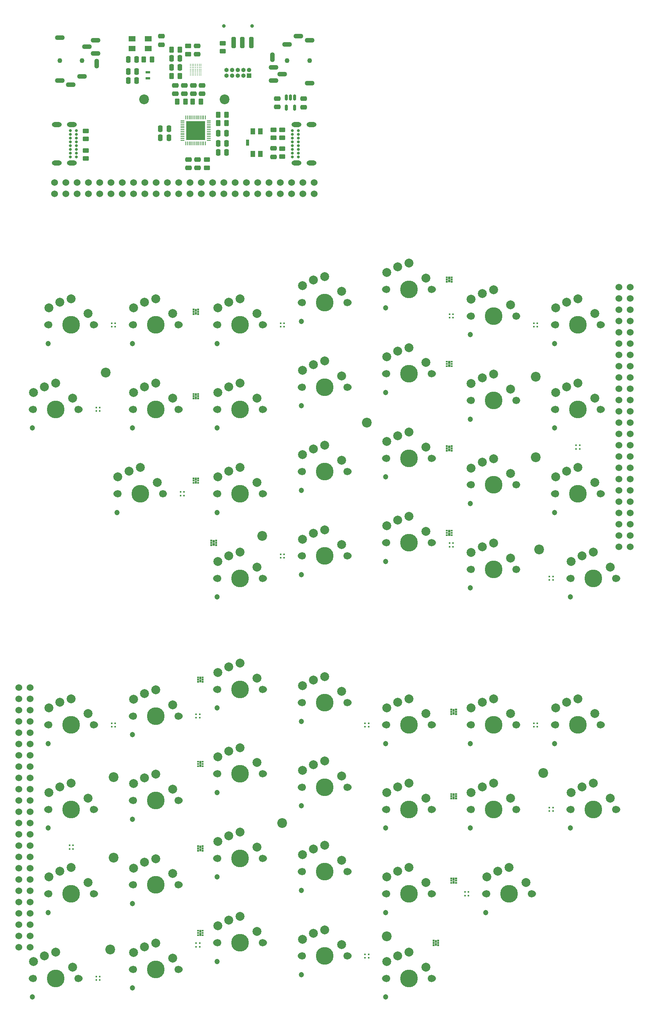
<source format=gbr>
%TF.GenerationSoftware,KiCad,Pcbnew,(6.0.6)*%
%TF.CreationDate,2022-09-03T22:19:59-07:00*%
%TF.ProjectId,NourK,4e6f7572-4b2e-46b6-9963-61645f706362,rev?*%
%TF.SameCoordinates,Original*%
%TF.FileFunction,Soldermask,Top*%
%TF.FilePolarity,Negative*%
%FSLAX46Y46*%
G04 Gerber Fmt 4.6, Leading zero omitted, Abs format (unit mm)*
G04 Created by KiCad (PCBNEW (6.0.6)) date 2022-09-03 22:19:59*
%MOMM*%
%LPD*%
G01*
G04 APERTURE LIST*
G04 Aperture macros list*
%AMRoundRect*
0 Rectangle with rounded corners*
0 $1 Rounding radius*
0 $2 $3 $4 $5 $6 $7 $8 $9 X,Y pos of 4 corners*
0 Add a 4 corners polygon primitive as box body*
4,1,4,$2,$3,$4,$5,$6,$7,$8,$9,$2,$3,0*
0 Add four circle primitives for the rounded corners*
1,1,$1+$1,$2,$3*
1,1,$1+$1,$4,$5*
1,1,$1+$1,$6,$7*
1,1,$1+$1,$8,$9*
0 Add four rect primitives between the rounded corners*
20,1,$1+$1,$2,$3,$4,$5,0*
20,1,$1+$1,$4,$5,$6,$7,0*
20,1,$1+$1,$6,$7,$8,$9,0*
20,1,$1+$1,$8,$9,$2,$3,0*%
G04 Aperture macros list end*
%ADD10C,0.010000*%
%ADD11C,1.524000*%
%ADD12C,2.200000*%
%ADD13C,1.200000*%
%ADD14C,1.700000*%
%ADD15C,3.990000*%
%ADD16C,2.000000*%
%ADD17RoundRect,0.250000X-0.475000X0.250000X-0.475000X-0.250000X0.475000X-0.250000X0.475000X0.250000X0*%
%ADD18RoundRect,0.250000X0.262500X0.450000X-0.262500X0.450000X-0.262500X-0.450000X0.262500X-0.450000X0*%
%ADD19R,0.400000X0.400000*%
%ADD20RoundRect,0.250000X0.250000X0.475000X-0.250000X0.475000X-0.250000X-0.475000X0.250000X-0.475000X0*%
%ADD21RoundRect,0.250000X-0.262500X-0.450000X0.262500X-0.450000X0.262500X0.450000X-0.262500X0.450000X0*%
%ADD22RoundRect,0.250000X-0.450000X0.262500X-0.450000X-0.262500X0.450000X-0.262500X0.450000X0.262500X0*%
%ADD23C,0.650000*%
%ADD24O,2.216000X1.108000*%
%ADD25RoundRect,0.250000X0.450000X-0.262500X0.450000X0.262500X-0.450000X0.262500X-0.450000X-0.262500X0*%
%ADD26R,0.650000X1.400000*%
%ADD27R,1.000000X1.450000*%
%ADD28R,1.600000X1.250000*%
%ADD29C,0.800000*%
%ADD30RoundRect,0.250000X0.250000X1.000000X-0.250000X1.000000X-0.250000X-1.000000X0.250000X-1.000000X0*%
%ADD31R,0.200000X0.850000*%
%ADD32R,0.850000X0.200000*%
%ADD33R,4.250000X4.250000*%
%ADD34R,1.100000X0.600000*%
%ADD35RoundRect,0.250000X0.475000X-0.250000X0.475000X0.250000X-0.475000X0.250000X-0.475000X-0.250000X0*%
%ADD36C,0.220000*%
%ADD37C,1.100000*%
%ADD38O,1.100000X2.200000*%
%ADD39O,2.200000X1.100000*%
%ADD40O,1.000000X1.000000*%
%ADD41R,1.000000X1.000000*%
%ADD42RoundRect,0.150000X-0.150000X0.512500X-0.150000X-0.512500X0.150000X-0.512500X0.150000X0.512500X0*%
G04 APERTURE END LIST*
%TO.C,D46*%
G36*
X83185000Y-172665000D02*
G01*
X82815000Y-172665000D01*
X82815000Y-172135000D01*
X83185000Y-172135000D01*
X83185000Y-172665000D01*
G37*
D10*
X83185000Y-172665000D02*
X82815000Y-172665000D01*
X82815000Y-172135000D01*
X83185000Y-172135000D01*
X83185000Y-172665000D01*
G36*
X83185000Y-173365000D02*
G01*
X82815000Y-173365000D01*
X82815000Y-172835000D01*
X83185000Y-172835000D01*
X83185000Y-173365000D01*
G37*
X83185000Y-173365000D02*
X82815000Y-173365000D01*
X82815000Y-172835000D01*
X83185000Y-172835000D01*
X83185000Y-173365000D01*
G36*
X82645000Y-172900000D02*
G01*
X82295000Y-172900000D01*
X82295000Y-172600000D01*
X82645000Y-172600000D01*
X82645000Y-172900000D01*
G37*
X82645000Y-172900000D02*
X82295000Y-172900000D01*
X82295000Y-172600000D01*
X82645000Y-172600000D01*
X82645000Y-172900000D01*
G36*
X83705000Y-173400000D02*
G01*
X83355000Y-173400000D01*
X83355000Y-173100000D01*
X83705000Y-173100000D01*
X83705000Y-173400000D01*
G37*
X83705000Y-173400000D02*
X83355000Y-173400000D01*
X83355000Y-173100000D01*
X83705000Y-173100000D01*
X83705000Y-173400000D01*
G36*
X82645000Y-172400000D02*
G01*
X82295000Y-172400000D01*
X82295000Y-172100000D01*
X82645000Y-172100000D01*
X82645000Y-172400000D01*
G37*
X82645000Y-172400000D02*
X82295000Y-172400000D01*
X82295000Y-172100000D01*
X82645000Y-172100000D01*
X82645000Y-172400000D01*
G36*
X83705000Y-172900000D02*
G01*
X83355000Y-172900000D01*
X83355000Y-172600000D01*
X83705000Y-172600000D01*
X83705000Y-172900000D01*
G37*
X83705000Y-172900000D02*
X83355000Y-172900000D01*
X83355000Y-172600000D01*
X83705000Y-172600000D01*
X83705000Y-172900000D01*
G36*
X82645000Y-173400000D02*
G01*
X82295000Y-173400000D01*
X82295000Y-173100000D01*
X82645000Y-173100000D01*
X82645000Y-173400000D01*
G37*
X82645000Y-173400000D02*
X82295000Y-173400000D01*
X82295000Y-173100000D01*
X82645000Y-173100000D01*
X82645000Y-173400000D01*
G36*
X83705000Y-172400000D02*
G01*
X83355000Y-172400000D01*
X83355000Y-172100000D01*
X83705000Y-172100000D01*
X83705000Y-172400000D01*
G37*
X83705000Y-172400000D02*
X83355000Y-172400000D01*
X83355000Y-172100000D01*
X83705000Y-172100000D01*
X83705000Y-172400000D01*
%TO.C,D49*%
G36*
X83705000Y-229400000D02*
G01*
X83355000Y-229400000D01*
X83355000Y-229100000D01*
X83705000Y-229100000D01*
X83705000Y-229400000D01*
G37*
X83705000Y-229400000D02*
X83355000Y-229400000D01*
X83355000Y-229100000D01*
X83705000Y-229100000D01*
X83705000Y-229400000D01*
G36*
X83705000Y-229900000D02*
G01*
X83355000Y-229900000D01*
X83355000Y-229600000D01*
X83705000Y-229600000D01*
X83705000Y-229900000D01*
G37*
X83705000Y-229900000D02*
X83355000Y-229900000D01*
X83355000Y-229600000D01*
X83705000Y-229600000D01*
X83705000Y-229900000D01*
G36*
X82645000Y-229900000D02*
G01*
X82295000Y-229900000D01*
X82295000Y-229600000D01*
X82645000Y-229600000D01*
X82645000Y-229900000D01*
G37*
X82645000Y-229900000D02*
X82295000Y-229900000D01*
X82295000Y-229600000D01*
X82645000Y-229600000D01*
X82645000Y-229900000D01*
G36*
X82645000Y-229400000D02*
G01*
X82295000Y-229400000D01*
X82295000Y-229100000D01*
X82645000Y-229100000D01*
X82645000Y-229400000D01*
G37*
X82645000Y-229400000D02*
X82295000Y-229400000D01*
X82295000Y-229100000D01*
X82645000Y-229100000D01*
X82645000Y-229400000D01*
G36*
X83705000Y-230400000D02*
G01*
X83355000Y-230400000D01*
X83355000Y-230100000D01*
X83705000Y-230100000D01*
X83705000Y-230400000D01*
G37*
X83705000Y-230400000D02*
X83355000Y-230400000D01*
X83355000Y-230100000D01*
X83705000Y-230100000D01*
X83705000Y-230400000D01*
G36*
X83185000Y-229665000D02*
G01*
X82815000Y-229665000D01*
X82815000Y-229135000D01*
X83185000Y-229135000D01*
X83185000Y-229665000D01*
G37*
X83185000Y-229665000D02*
X82815000Y-229665000D01*
X82815000Y-229135000D01*
X83185000Y-229135000D01*
X83185000Y-229665000D01*
G36*
X82645000Y-230400000D02*
G01*
X82295000Y-230400000D01*
X82295000Y-230100000D01*
X82645000Y-230100000D01*
X82645000Y-230400000D01*
G37*
X82645000Y-230400000D02*
X82295000Y-230400000D01*
X82295000Y-230100000D01*
X82645000Y-230100000D01*
X82645000Y-230400000D01*
G36*
X83185000Y-230365000D02*
G01*
X82815000Y-230365000D01*
X82815000Y-229835000D01*
X83185000Y-229835000D01*
X83185000Y-230365000D01*
G37*
X83185000Y-230365000D02*
X82815000Y-230365000D01*
X82815000Y-229835000D01*
X83185000Y-229835000D01*
X83185000Y-230365000D01*
%TO.C,D5*%
G36*
X82705000Y-89650000D02*
G01*
X82355000Y-89650000D01*
X82355000Y-89350000D01*
X82705000Y-89350000D01*
X82705000Y-89650000D01*
G37*
X82705000Y-89650000D02*
X82355000Y-89650000D01*
X82355000Y-89350000D01*
X82705000Y-89350000D01*
X82705000Y-89650000D01*
G36*
X82705000Y-90650000D02*
G01*
X82355000Y-90650000D01*
X82355000Y-90350000D01*
X82705000Y-90350000D01*
X82705000Y-90650000D01*
G37*
X82705000Y-90650000D02*
X82355000Y-90650000D01*
X82355000Y-90350000D01*
X82705000Y-90350000D01*
X82705000Y-90650000D01*
G36*
X82185000Y-90615000D02*
G01*
X81815000Y-90615000D01*
X81815000Y-90085000D01*
X82185000Y-90085000D01*
X82185000Y-90615000D01*
G37*
X82185000Y-90615000D02*
X81815000Y-90615000D01*
X81815000Y-90085000D01*
X82185000Y-90085000D01*
X82185000Y-90615000D01*
G36*
X81645000Y-90150000D02*
G01*
X81295000Y-90150000D01*
X81295000Y-89850000D01*
X81645000Y-89850000D01*
X81645000Y-90150000D01*
G37*
X81645000Y-90150000D02*
X81295000Y-90150000D01*
X81295000Y-89850000D01*
X81645000Y-89850000D01*
X81645000Y-90150000D01*
G36*
X82705000Y-90150000D02*
G01*
X82355000Y-90150000D01*
X82355000Y-89850000D01*
X82705000Y-89850000D01*
X82705000Y-90150000D01*
G37*
X82705000Y-90150000D02*
X82355000Y-90150000D01*
X82355000Y-89850000D01*
X82705000Y-89850000D01*
X82705000Y-90150000D01*
G36*
X82185000Y-89915000D02*
G01*
X81815000Y-89915000D01*
X81815000Y-89385000D01*
X82185000Y-89385000D01*
X82185000Y-89915000D01*
G37*
X82185000Y-89915000D02*
X81815000Y-89915000D01*
X81815000Y-89385000D01*
X82185000Y-89385000D01*
X82185000Y-89915000D01*
G36*
X81645000Y-89650000D02*
G01*
X81295000Y-89650000D01*
X81295000Y-89350000D01*
X81645000Y-89350000D01*
X81645000Y-89650000D01*
G37*
X81645000Y-89650000D02*
X81295000Y-89650000D01*
X81295000Y-89350000D01*
X81645000Y-89350000D01*
X81645000Y-89650000D01*
G36*
X81645000Y-90650000D02*
G01*
X81295000Y-90650000D01*
X81295000Y-90350000D01*
X81645000Y-90350000D01*
X81645000Y-90650000D01*
G37*
X81645000Y-90650000D02*
X81295000Y-90650000D01*
X81295000Y-90350000D01*
X81645000Y-90350000D01*
X81645000Y-90650000D01*
%TO.C,D43*%
G36*
X139645000Y-199150000D02*
G01*
X139295000Y-199150000D01*
X139295000Y-198850000D01*
X139645000Y-198850000D01*
X139645000Y-199150000D01*
G37*
X139645000Y-199150000D02*
X139295000Y-199150000D01*
X139295000Y-198850000D01*
X139645000Y-198850000D01*
X139645000Y-199150000D01*
G36*
X140185000Y-198915000D02*
G01*
X139815000Y-198915000D01*
X139815000Y-198385000D01*
X140185000Y-198385000D01*
X140185000Y-198915000D01*
G37*
X140185000Y-198915000D02*
X139815000Y-198915000D01*
X139815000Y-198385000D01*
X140185000Y-198385000D01*
X140185000Y-198915000D01*
G36*
X140705000Y-199650000D02*
G01*
X140355000Y-199650000D01*
X140355000Y-199350000D01*
X140705000Y-199350000D01*
X140705000Y-199650000D01*
G37*
X140705000Y-199650000D02*
X140355000Y-199650000D01*
X140355000Y-199350000D01*
X140705000Y-199350000D01*
X140705000Y-199650000D01*
G36*
X140705000Y-198650000D02*
G01*
X140355000Y-198650000D01*
X140355000Y-198350000D01*
X140705000Y-198350000D01*
X140705000Y-198650000D01*
G37*
X140705000Y-198650000D02*
X140355000Y-198650000D01*
X140355000Y-198350000D01*
X140705000Y-198350000D01*
X140705000Y-198650000D01*
G36*
X139645000Y-198650000D02*
G01*
X139295000Y-198650000D01*
X139295000Y-198350000D01*
X139645000Y-198350000D01*
X139645000Y-198650000D01*
G37*
X139645000Y-198650000D02*
X139295000Y-198650000D01*
X139295000Y-198350000D01*
X139645000Y-198350000D01*
X139645000Y-198650000D01*
G36*
X140185000Y-199615000D02*
G01*
X139815000Y-199615000D01*
X139815000Y-199085000D01*
X140185000Y-199085000D01*
X140185000Y-199615000D01*
G37*
X140185000Y-199615000D02*
X139815000Y-199615000D01*
X139815000Y-199085000D01*
X140185000Y-199085000D01*
X140185000Y-199615000D01*
G36*
X139645000Y-199650000D02*
G01*
X139295000Y-199650000D01*
X139295000Y-199350000D01*
X139645000Y-199350000D01*
X139645000Y-199650000D01*
G37*
X139645000Y-199650000D02*
X139295000Y-199650000D01*
X139295000Y-199350000D01*
X139645000Y-199350000D01*
X139645000Y-199650000D01*
G36*
X140705000Y-199150000D02*
G01*
X140355000Y-199150000D01*
X140355000Y-198850000D01*
X140705000Y-198850000D01*
X140705000Y-199150000D01*
G37*
X140705000Y-199150000D02*
X140355000Y-199150000D01*
X140355000Y-198850000D01*
X140705000Y-198850000D01*
X140705000Y-199150000D01*
%TO.C,D2*%
G36*
X139705000Y-102400000D02*
G01*
X139355000Y-102400000D01*
X139355000Y-102100000D01*
X139705000Y-102100000D01*
X139705000Y-102400000D01*
G37*
X139705000Y-102400000D02*
X139355000Y-102400000D01*
X139355000Y-102100000D01*
X139705000Y-102100000D01*
X139705000Y-102400000D01*
G36*
X138645000Y-101900000D02*
G01*
X138295000Y-101900000D01*
X138295000Y-101600000D01*
X138645000Y-101600000D01*
X138645000Y-101900000D01*
G37*
X138645000Y-101900000D02*
X138295000Y-101900000D01*
X138295000Y-101600000D01*
X138645000Y-101600000D01*
X138645000Y-101900000D01*
G36*
X138645000Y-101400000D02*
G01*
X138295000Y-101400000D01*
X138295000Y-101100000D01*
X138645000Y-101100000D01*
X138645000Y-101400000D01*
G37*
X138645000Y-101400000D02*
X138295000Y-101400000D01*
X138295000Y-101100000D01*
X138645000Y-101100000D01*
X138645000Y-101400000D01*
G36*
X139705000Y-101400000D02*
G01*
X139355000Y-101400000D01*
X139355000Y-101100000D01*
X139705000Y-101100000D01*
X139705000Y-101400000D01*
G37*
X139705000Y-101400000D02*
X139355000Y-101400000D01*
X139355000Y-101100000D01*
X139705000Y-101100000D01*
X139705000Y-101400000D01*
G36*
X139185000Y-101665000D02*
G01*
X138815000Y-101665000D01*
X138815000Y-101135000D01*
X139185000Y-101135000D01*
X139185000Y-101665000D01*
G37*
X139185000Y-101665000D02*
X138815000Y-101665000D01*
X138815000Y-101135000D01*
X139185000Y-101135000D01*
X139185000Y-101665000D01*
G36*
X139185000Y-102365000D02*
G01*
X138815000Y-102365000D01*
X138815000Y-101835000D01*
X139185000Y-101835000D01*
X139185000Y-102365000D01*
G37*
X139185000Y-102365000D02*
X138815000Y-102365000D01*
X138815000Y-101835000D01*
X139185000Y-101835000D01*
X139185000Y-102365000D01*
G36*
X139705000Y-101900000D02*
G01*
X139355000Y-101900000D01*
X139355000Y-101600000D01*
X139705000Y-101600000D01*
X139705000Y-101900000D01*
G37*
X139705000Y-101900000D02*
X139355000Y-101900000D01*
X139355000Y-101600000D01*
X139705000Y-101600000D01*
X139705000Y-101900000D01*
G36*
X138645000Y-102400000D02*
G01*
X138295000Y-102400000D01*
X138295000Y-102100000D01*
X138645000Y-102100000D01*
X138645000Y-102400000D01*
G37*
X138645000Y-102400000D02*
X138295000Y-102400000D01*
X138295000Y-102100000D01*
X138645000Y-102100000D01*
X138645000Y-102400000D01*
%TO.C,D4*%
G36*
X138645000Y-139900000D02*
G01*
X138295000Y-139900000D01*
X138295000Y-139600000D01*
X138645000Y-139600000D01*
X138645000Y-139900000D01*
G37*
X138645000Y-139900000D02*
X138295000Y-139900000D01*
X138295000Y-139600000D01*
X138645000Y-139600000D01*
X138645000Y-139900000D01*
G36*
X139705000Y-139400000D02*
G01*
X139355000Y-139400000D01*
X139355000Y-139100000D01*
X139705000Y-139100000D01*
X139705000Y-139400000D01*
G37*
X139705000Y-139400000D02*
X139355000Y-139400000D01*
X139355000Y-139100000D01*
X139705000Y-139100000D01*
X139705000Y-139400000D01*
G36*
X139185000Y-139665000D02*
G01*
X138815000Y-139665000D01*
X138815000Y-139135000D01*
X139185000Y-139135000D01*
X139185000Y-139665000D01*
G37*
X139185000Y-139665000D02*
X138815000Y-139665000D01*
X138815000Y-139135000D01*
X139185000Y-139135000D01*
X139185000Y-139665000D01*
G36*
X139185000Y-140365000D02*
G01*
X138815000Y-140365000D01*
X138815000Y-139835000D01*
X139185000Y-139835000D01*
X139185000Y-140365000D01*
G37*
X139185000Y-140365000D02*
X138815000Y-140365000D01*
X138815000Y-139835000D01*
X139185000Y-139835000D01*
X139185000Y-140365000D01*
G36*
X138645000Y-140400000D02*
G01*
X138295000Y-140400000D01*
X138295000Y-140100000D01*
X138645000Y-140100000D01*
X138645000Y-140400000D01*
G37*
X138645000Y-140400000D02*
X138295000Y-140400000D01*
X138295000Y-140100000D01*
X138645000Y-140100000D01*
X138645000Y-140400000D01*
G36*
X139705000Y-139900000D02*
G01*
X139355000Y-139900000D01*
X139355000Y-139600000D01*
X139705000Y-139600000D01*
X139705000Y-139900000D01*
G37*
X139705000Y-139900000D02*
X139355000Y-139900000D01*
X139355000Y-139600000D01*
X139705000Y-139600000D01*
X139705000Y-139900000D01*
G36*
X138645000Y-139400000D02*
G01*
X138295000Y-139400000D01*
X138295000Y-139100000D01*
X138645000Y-139100000D01*
X138645000Y-139400000D01*
G37*
X138645000Y-139400000D02*
X138295000Y-139400000D01*
X138295000Y-139100000D01*
X138645000Y-139100000D01*
X138645000Y-139400000D01*
G36*
X139705000Y-140400000D02*
G01*
X139355000Y-140400000D01*
X139355000Y-140100000D01*
X139705000Y-140100000D01*
X139705000Y-140400000D01*
G37*
X139705000Y-140400000D02*
X139355000Y-140400000D01*
X139355000Y-140100000D01*
X139705000Y-140100000D01*
X139705000Y-140400000D01*
%TO.C,D44*%
G36*
X140705000Y-218650000D02*
G01*
X140355000Y-218650000D01*
X140355000Y-218350000D01*
X140705000Y-218350000D01*
X140705000Y-218650000D01*
G37*
X140705000Y-218650000D02*
X140355000Y-218650000D01*
X140355000Y-218350000D01*
X140705000Y-218350000D01*
X140705000Y-218650000D01*
G36*
X140705000Y-218150000D02*
G01*
X140355000Y-218150000D01*
X140355000Y-217850000D01*
X140705000Y-217850000D01*
X140705000Y-218150000D01*
G37*
X140705000Y-218150000D02*
X140355000Y-218150000D01*
X140355000Y-217850000D01*
X140705000Y-217850000D01*
X140705000Y-218150000D01*
G36*
X139645000Y-217650000D02*
G01*
X139295000Y-217650000D01*
X139295000Y-217350000D01*
X139645000Y-217350000D01*
X139645000Y-217650000D01*
G37*
X139645000Y-217650000D02*
X139295000Y-217650000D01*
X139295000Y-217350000D01*
X139645000Y-217350000D01*
X139645000Y-217650000D01*
G36*
X140185000Y-217915000D02*
G01*
X139815000Y-217915000D01*
X139815000Y-217385000D01*
X140185000Y-217385000D01*
X140185000Y-217915000D01*
G37*
X140185000Y-217915000D02*
X139815000Y-217915000D01*
X139815000Y-217385000D01*
X140185000Y-217385000D01*
X140185000Y-217915000D01*
G36*
X140185000Y-218615000D02*
G01*
X139815000Y-218615000D01*
X139815000Y-218085000D01*
X140185000Y-218085000D01*
X140185000Y-218615000D01*
G37*
X140185000Y-218615000D02*
X139815000Y-218615000D01*
X139815000Y-218085000D01*
X140185000Y-218085000D01*
X140185000Y-218615000D01*
G36*
X139645000Y-218650000D02*
G01*
X139295000Y-218650000D01*
X139295000Y-218350000D01*
X139645000Y-218350000D01*
X139645000Y-218650000D01*
G37*
X139645000Y-218650000D02*
X139295000Y-218650000D01*
X139295000Y-218350000D01*
X139645000Y-218350000D01*
X139645000Y-218650000D01*
G36*
X139645000Y-218150000D02*
G01*
X139295000Y-218150000D01*
X139295000Y-217850000D01*
X139645000Y-217850000D01*
X139645000Y-218150000D01*
G37*
X139645000Y-218150000D02*
X139295000Y-218150000D01*
X139295000Y-217850000D01*
X139645000Y-217850000D01*
X139645000Y-218150000D01*
G36*
X140705000Y-217650000D02*
G01*
X140355000Y-217650000D01*
X140355000Y-217350000D01*
X140705000Y-217350000D01*
X140705000Y-217650000D01*
G37*
X140705000Y-217650000D02*
X140355000Y-217650000D01*
X140355000Y-217350000D01*
X140705000Y-217350000D01*
X140705000Y-217650000D01*
%TO.C,D1*%
G36*
X139185000Y-82665000D02*
G01*
X138815000Y-82665000D01*
X138815000Y-82135000D01*
X139185000Y-82135000D01*
X139185000Y-82665000D01*
G37*
X139185000Y-82665000D02*
X138815000Y-82665000D01*
X138815000Y-82135000D01*
X139185000Y-82135000D01*
X139185000Y-82665000D01*
G36*
X139705000Y-82900000D02*
G01*
X139355000Y-82900000D01*
X139355000Y-82600000D01*
X139705000Y-82600000D01*
X139705000Y-82900000D01*
G37*
X139705000Y-82900000D02*
X139355000Y-82900000D01*
X139355000Y-82600000D01*
X139705000Y-82600000D01*
X139705000Y-82900000D01*
G36*
X139185000Y-83365000D02*
G01*
X138815000Y-83365000D01*
X138815000Y-82835000D01*
X139185000Y-82835000D01*
X139185000Y-83365000D01*
G37*
X139185000Y-83365000D02*
X138815000Y-83365000D01*
X138815000Y-82835000D01*
X139185000Y-82835000D01*
X139185000Y-83365000D01*
G36*
X138645000Y-82900000D02*
G01*
X138295000Y-82900000D01*
X138295000Y-82600000D01*
X138645000Y-82600000D01*
X138645000Y-82900000D01*
G37*
X138645000Y-82900000D02*
X138295000Y-82900000D01*
X138295000Y-82600000D01*
X138645000Y-82600000D01*
X138645000Y-82900000D01*
G36*
X139705000Y-83400000D02*
G01*
X139355000Y-83400000D01*
X139355000Y-83100000D01*
X139705000Y-83100000D01*
X139705000Y-83400000D01*
G37*
X139705000Y-83400000D02*
X139355000Y-83400000D01*
X139355000Y-83100000D01*
X139705000Y-83100000D01*
X139705000Y-83400000D01*
G36*
X138645000Y-83400000D02*
G01*
X138295000Y-83400000D01*
X138295000Y-83100000D01*
X138645000Y-83100000D01*
X138645000Y-83400000D01*
G37*
X138645000Y-83400000D02*
X138295000Y-83400000D01*
X138295000Y-83100000D01*
X138645000Y-83100000D01*
X138645000Y-83400000D01*
G36*
X139705000Y-82400000D02*
G01*
X139355000Y-82400000D01*
X139355000Y-82100000D01*
X139705000Y-82100000D01*
X139705000Y-82400000D01*
G37*
X139705000Y-82400000D02*
X139355000Y-82400000D01*
X139355000Y-82100000D01*
X139705000Y-82100000D01*
X139705000Y-82400000D01*
G36*
X138645000Y-82400000D02*
G01*
X138295000Y-82400000D01*
X138295000Y-82100000D01*
X138645000Y-82100000D01*
X138645000Y-82400000D01*
G37*
X138645000Y-82400000D02*
X138295000Y-82400000D01*
X138295000Y-82100000D01*
X138645000Y-82100000D01*
X138645000Y-82400000D01*
%TO.C,D45*%
G36*
X136705000Y-232150000D02*
G01*
X136355000Y-232150000D01*
X136355000Y-231850000D01*
X136705000Y-231850000D01*
X136705000Y-232150000D01*
G37*
X136705000Y-232150000D02*
X136355000Y-232150000D01*
X136355000Y-231850000D01*
X136705000Y-231850000D01*
X136705000Y-232150000D01*
G36*
X135645000Y-231650000D02*
G01*
X135295000Y-231650000D01*
X135295000Y-231350000D01*
X135645000Y-231350000D01*
X135645000Y-231650000D01*
G37*
X135645000Y-231650000D02*
X135295000Y-231650000D01*
X135295000Y-231350000D01*
X135645000Y-231350000D01*
X135645000Y-231650000D01*
G36*
X136185000Y-231915000D02*
G01*
X135815000Y-231915000D01*
X135815000Y-231385000D01*
X136185000Y-231385000D01*
X136185000Y-231915000D01*
G37*
X136185000Y-231915000D02*
X135815000Y-231915000D01*
X135815000Y-231385000D01*
X136185000Y-231385000D01*
X136185000Y-231915000D01*
G36*
X136185000Y-232615000D02*
G01*
X135815000Y-232615000D01*
X135815000Y-232085000D01*
X136185000Y-232085000D01*
X136185000Y-232615000D01*
G37*
X136185000Y-232615000D02*
X135815000Y-232615000D01*
X135815000Y-232085000D01*
X136185000Y-232085000D01*
X136185000Y-232615000D01*
G36*
X135645000Y-232150000D02*
G01*
X135295000Y-232150000D01*
X135295000Y-231850000D01*
X135645000Y-231850000D01*
X135645000Y-232150000D01*
G37*
X135645000Y-232150000D02*
X135295000Y-232150000D01*
X135295000Y-231850000D01*
X135645000Y-231850000D01*
X135645000Y-232150000D01*
G36*
X136705000Y-231650000D02*
G01*
X136355000Y-231650000D01*
X136355000Y-231350000D01*
X136705000Y-231350000D01*
X136705000Y-231650000D01*
G37*
X136705000Y-231650000D02*
X136355000Y-231650000D01*
X136355000Y-231350000D01*
X136705000Y-231350000D01*
X136705000Y-231650000D01*
G36*
X136705000Y-232650000D02*
G01*
X136355000Y-232650000D01*
X136355000Y-232350000D01*
X136705000Y-232350000D01*
X136705000Y-232650000D01*
G37*
X136705000Y-232650000D02*
X136355000Y-232650000D01*
X136355000Y-232350000D01*
X136705000Y-232350000D01*
X136705000Y-232650000D01*
G36*
X135645000Y-232650000D02*
G01*
X135295000Y-232650000D01*
X135295000Y-232350000D01*
X135645000Y-232350000D01*
X135645000Y-232650000D01*
G37*
X135645000Y-232650000D02*
X135295000Y-232650000D01*
X135295000Y-232350000D01*
X135645000Y-232350000D01*
X135645000Y-232650000D01*
%TO.C,D6*%
G36*
X81645000Y-108650000D02*
G01*
X81295000Y-108650000D01*
X81295000Y-108350000D01*
X81645000Y-108350000D01*
X81645000Y-108650000D01*
G37*
X81645000Y-108650000D02*
X81295000Y-108650000D01*
X81295000Y-108350000D01*
X81645000Y-108350000D01*
X81645000Y-108650000D01*
G36*
X81645000Y-109150000D02*
G01*
X81295000Y-109150000D01*
X81295000Y-108850000D01*
X81645000Y-108850000D01*
X81645000Y-109150000D01*
G37*
X81645000Y-109150000D02*
X81295000Y-109150000D01*
X81295000Y-108850000D01*
X81645000Y-108850000D01*
X81645000Y-109150000D01*
G36*
X82185000Y-109615000D02*
G01*
X81815000Y-109615000D01*
X81815000Y-109085000D01*
X82185000Y-109085000D01*
X82185000Y-109615000D01*
G37*
X82185000Y-109615000D02*
X81815000Y-109615000D01*
X81815000Y-109085000D01*
X82185000Y-109085000D01*
X82185000Y-109615000D01*
G36*
X82705000Y-109650000D02*
G01*
X82355000Y-109650000D01*
X82355000Y-109350000D01*
X82705000Y-109350000D01*
X82705000Y-109650000D01*
G37*
X82705000Y-109650000D02*
X82355000Y-109650000D01*
X82355000Y-109350000D01*
X82705000Y-109350000D01*
X82705000Y-109650000D01*
G36*
X82705000Y-109150000D02*
G01*
X82355000Y-109150000D01*
X82355000Y-108850000D01*
X82705000Y-108850000D01*
X82705000Y-109150000D01*
G37*
X82705000Y-109150000D02*
X82355000Y-109150000D01*
X82355000Y-108850000D01*
X82705000Y-108850000D01*
X82705000Y-109150000D01*
G36*
X82185000Y-108915000D02*
G01*
X81815000Y-108915000D01*
X81815000Y-108385000D01*
X82185000Y-108385000D01*
X82185000Y-108915000D01*
G37*
X82185000Y-108915000D02*
X81815000Y-108915000D01*
X81815000Y-108385000D01*
X82185000Y-108385000D01*
X82185000Y-108915000D01*
G36*
X82705000Y-108650000D02*
G01*
X82355000Y-108650000D01*
X82355000Y-108350000D01*
X82705000Y-108350000D01*
X82705000Y-108650000D01*
G37*
X82705000Y-108650000D02*
X82355000Y-108650000D01*
X82355000Y-108350000D01*
X82705000Y-108350000D01*
X82705000Y-108650000D01*
G36*
X81645000Y-109650000D02*
G01*
X81295000Y-109650000D01*
X81295000Y-109350000D01*
X81645000Y-109350000D01*
X81645000Y-109650000D01*
G37*
X81645000Y-109650000D02*
X81295000Y-109650000D01*
X81295000Y-109350000D01*
X81645000Y-109350000D01*
X81645000Y-109650000D01*
%TO.C,D7*%
G36*
X82705000Y-128650000D02*
G01*
X82355000Y-128650000D01*
X82355000Y-128350000D01*
X82705000Y-128350000D01*
X82705000Y-128650000D01*
G37*
X82705000Y-128650000D02*
X82355000Y-128650000D01*
X82355000Y-128350000D01*
X82705000Y-128350000D01*
X82705000Y-128650000D01*
G36*
X81645000Y-128650000D02*
G01*
X81295000Y-128650000D01*
X81295000Y-128350000D01*
X81645000Y-128350000D01*
X81645000Y-128650000D01*
G37*
X81645000Y-128650000D02*
X81295000Y-128650000D01*
X81295000Y-128350000D01*
X81645000Y-128350000D01*
X81645000Y-128650000D01*
G36*
X82185000Y-127915000D02*
G01*
X81815000Y-127915000D01*
X81815000Y-127385000D01*
X82185000Y-127385000D01*
X82185000Y-127915000D01*
G37*
X82185000Y-127915000D02*
X81815000Y-127915000D01*
X81815000Y-127385000D01*
X82185000Y-127385000D01*
X82185000Y-127915000D01*
G36*
X82185000Y-128615000D02*
G01*
X81815000Y-128615000D01*
X81815000Y-128085000D01*
X82185000Y-128085000D01*
X82185000Y-128615000D01*
G37*
X82185000Y-128615000D02*
X81815000Y-128615000D01*
X81815000Y-128085000D01*
X82185000Y-128085000D01*
X82185000Y-128615000D01*
G36*
X82705000Y-128150000D02*
G01*
X82355000Y-128150000D01*
X82355000Y-127850000D01*
X82705000Y-127850000D01*
X82705000Y-128150000D01*
G37*
X82705000Y-128150000D02*
X82355000Y-128150000D01*
X82355000Y-127850000D01*
X82705000Y-127850000D01*
X82705000Y-128150000D01*
G36*
X82705000Y-127650000D02*
G01*
X82355000Y-127650000D01*
X82355000Y-127350000D01*
X82705000Y-127350000D01*
X82705000Y-127650000D01*
G37*
X82705000Y-127650000D02*
X82355000Y-127650000D01*
X82355000Y-127350000D01*
X82705000Y-127350000D01*
X82705000Y-127650000D01*
G36*
X81645000Y-127650000D02*
G01*
X81295000Y-127650000D01*
X81295000Y-127350000D01*
X81645000Y-127350000D01*
X81645000Y-127650000D01*
G37*
X81645000Y-127650000D02*
X81295000Y-127650000D01*
X81295000Y-127350000D01*
X81645000Y-127350000D01*
X81645000Y-127650000D01*
G36*
X81645000Y-128150000D02*
G01*
X81295000Y-128150000D01*
X81295000Y-127850000D01*
X81645000Y-127850000D01*
X81645000Y-128150000D01*
G37*
X81645000Y-128150000D02*
X81295000Y-128150000D01*
X81295000Y-127850000D01*
X81645000Y-127850000D01*
X81645000Y-128150000D01*
%TO.C,D8*%
G36*
X86705000Y-141650000D02*
G01*
X86355000Y-141650000D01*
X86355000Y-141350000D01*
X86705000Y-141350000D01*
X86705000Y-141650000D01*
G37*
X86705000Y-141650000D02*
X86355000Y-141650000D01*
X86355000Y-141350000D01*
X86705000Y-141350000D01*
X86705000Y-141650000D01*
G36*
X85645000Y-142150000D02*
G01*
X85295000Y-142150000D01*
X85295000Y-141850000D01*
X85645000Y-141850000D01*
X85645000Y-142150000D01*
G37*
X85645000Y-142150000D02*
X85295000Y-142150000D01*
X85295000Y-141850000D01*
X85645000Y-141850000D01*
X85645000Y-142150000D01*
G36*
X86705000Y-142650000D02*
G01*
X86355000Y-142650000D01*
X86355000Y-142350000D01*
X86705000Y-142350000D01*
X86705000Y-142650000D01*
G37*
X86705000Y-142650000D02*
X86355000Y-142650000D01*
X86355000Y-142350000D01*
X86705000Y-142350000D01*
X86705000Y-142650000D01*
G36*
X86185000Y-142615000D02*
G01*
X85815000Y-142615000D01*
X85815000Y-142085000D01*
X86185000Y-142085000D01*
X86185000Y-142615000D01*
G37*
X86185000Y-142615000D02*
X85815000Y-142615000D01*
X85815000Y-142085000D01*
X86185000Y-142085000D01*
X86185000Y-142615000D01*
G36*
X85645000Y-141650000D02*
G01*
X85295000Y-141650000D01*
X85295000Y-141350000D01*
X85645000Y-141350000D01*
X85645000Y-141650000D01*
G37*
X85645000Y-141650000D02*
X85295000Y-141650000D01*
X85295000Y-141350000D01*
X85645000Y-141350000D01*
X85645000Y-141650000D01*
G36*
X85645000Y-142650000D02*
G01*
X85295000Y-142650000D01*
X85295000Y-142350000D01*
X85645000Y-142350000D01*
X85645000Y-142650000D01*
G37*
X85645000Y-142650000D02*
X85295000Y-142650000D01*
X85295000Y-142350000D01*
X85645000Y-142350000D01*
X85645000Y-142650000D01*
G36*
X86705000Y-142150000D02*
G01*
X86355000Y-142150000D01*
X86355000Y-141850000D01*
X86705000Y-141850000D01*
X86705000Y-142150000D01*
G37*
X86705000Y-142150000D02*
X86355000Y-142150000D01*
X86355000Y-141850000D01*
X86705000Y-141850000D01*
X86705000Y-142150000D01*
G36*
X86185000Y-141915000D02*
G01*
X85815000Y-141915000D01*
X85815000Y-141385000D01*
X86185000Y-141385000D01*
X86185000Y-141915000D01*
G37*
X86185000Y-141915000D02*
X85815000Y-141915000D01*
X85815000Y-141385000D01*
X86185000Y-141385000D01*
X86185000Y-141915000D01*
%TO.C,D3*%
G36*
X139705000Y-121400000D02*
G01*
X139355000Y-121400000D01*
X139355000Y-121100000D01*
X139705000Y-121100000D01*
X139705000Y-121400000D01*
G37*
X139705000Y-121400000D02*
X139355000Y-121400000D01*
X139355000Y-121100000D01*
X139705000Y-121100000D01*
X139705000Y-121400000D01*
G36*
X138645000Y-120900000D02*
G01*
X138295000Y-120900000D01*
X138295000Y-120600000D01*
X138645000Y-120600000D01*
X138645000Y-120900000D01*
G37*
X138645000Y-120900000D02*
X138295000Y-120900000D01*
X138295000Y-120600000D01*
X138645000Y-120600000D01*
X138645000Y-120900000D01*
G36*
X139705000Y-120900000D02*
G01*
X139355000Y-120900000D01*
X139355000Y-120600000D01*
X139705000Y-120600000D01*
X139705000Y-120900000D01*
G37*
X139705000Y-120900000D02*
X139355000Y-120900000D01*
X139355000Y-120600000D01*
X139705000Y-120600000D01*
X139705000Y-120900000D01*
G36*
X139185000Y-120665000D02*
G01*
X138815000Y-120665000D01*
X138815000Y-120135000D01*
X139185000Y-120135000D01*
X139185000Y-120665000D01*
G37*
X139185000Y-120665000D02*
X138815000Y-120665000D01*
X138815000Y-120135000D01*
X139185000Y-120135000D01*
X139185000Y-120665000D01*
G36*
X138645000Y-120400000D02*
G01*
X138295000Y-120400000D01*
X138295000Y-120100000D01*
X138645000Y-120100000D01*
X138645000Y-120400000D01*
G37*
X138645000Y-120400000D02*
X138295000Y-120400000D01*
X138295000Y-120100000D01*
X138645000Y-120100000D01*
X138645000Y-120400000D01*
G36*
X139705000Y-120400000D02*
G01*
X139355000Y-120400000D01*
X139355000Y-120100000D01*
X139705000Y-120100000D01*
X139705000Y-120400000D01*
G37*
X139705000Y-120400000D02*
X139355000Y-120400000D01*
X139355000Y-120100000D01*
X139705000Y-120100000D01*
X139705000Y-120400000D01*
G36*
X138645000Y-121400000D02*
G01*
X138295000Y-121400000D01*
X138295000Y-121100000D01*
X138645000Y-121100000D01*
X138645000Y-121400000D01*
G37*
X138645000Y-121400000D02*
X138295000Y-121400000D01*
X138295000Y-121100000D01*
X138645000Y-121100000D01*
X138645000Y-121400000D01*
G36*
X139185000Y-121365000D02*
G01*
X138815000Y-121365000D01*
X138815000Y-120835000D01*
X139185000Y-120835000D01*
X139185000Y-121365000D01*
G37*
X139185000Y-121365000D02*
X138815000Y-121365000D01*
X138815000Y-120835000D01*
X139185000Y-120835000D01*
X139185000Y-121365000D01*
%TO.C,D48*%
G36*
X82645000Y-210400000D02*
G01*
X82295000Y-210400000D01*
X82295000Y-210100000D01*
X82645000Y-210100000D01*
X82645000Y-210400000D01*
G37*
X82645000Y-210400000D02*
X82295000Y-210400000D01*
X82295000Y-210100000D01*
X82645000Y-210100000D01*
X82645000Y-210400000D01*
G36*
X82645000Y-210900000D02*
G01*
X82295000Y-210900000D01*
X82295000Y-210600000D01*
X82645000Y-210600000D01*
X82645000Y-210900000D01*
G37*
X82645000Y-210900000D02*
X82295000Y-210900000D01*
X82295000Y-210600000D01*
X82645000Y-210600000D01*
X82645000Y-210900000D01*
G36*
X82645000Y-211400000D02*
G01*
X82295000Y-211400000D01*
X82295000Y-211100000D01*
X82645000Y-211100000D01*
X82645000Y-211400000D01*
G37*
X82645000Y-211400000D02*
X82295000Y-211400000D01*
X82295000Y-211100000D01*
X82645000Y-211100000D01*
X82645000Y-211400000D01*
G36*
X83705000Y-211400000D02*
G01*
X83355000Y-211400000D01*
X83355000Y-211100000D01*
X83705000Y-211100000D01*
X83705000Y-211400000D01*
G37*
X83705000Y-211400000D02*
X83355000Y-211400000D01*
X83355000Y-211100000D01*
X83705000Y-211100000D01*
X83705000Y-211400000D01*
G36*
X83185000Y-210665000D02*
G01*
X82815000Y-210665000D01*
X82815000Y-210135000D01*
X83185000Y-210135000D01*
X83185000Y-210665000D01*
G37*
X83185000Y-210665000D02*
X82815000Y-210665000D01*
X82815000Y-210135000D01*
X83185000Y-210135000D01*
X83185000Y-210665000D01*
G36*
X83705000Y-210900000D02*
G01*
X83355000Y-210900000D01*
X83355000Y-210600000D01*
X83705000Y-210600000D01*
X83705000Y-210900000D01*
G37*
X83705000Y-210900000D02*
X83355000Y-210900000D01*
X83355000Y-210600000D01*
X83705000Y-210600000D01*
X83705000Y-210900000D01*
G36*
X83705000Y-210400000D02*
G01*
X83355000Y-210400000D01*
X83355000Y-210100000D01*
X83705000Y-210100000D01*
X83705000Y-210400000D01*
G37*
X83705000Y-210400000D02*
X83355000Y-210400000D01*
X83355000Y-210100000D01*
X83705000Y-210100000D01*
X83705000Y-210400000D01*
G36*
X83185000Y-211365000D02*
G01*
X82815000Y-211365000D01*
X82815000Y-210835000D01*
X83185000Y-210835000D01*
X83185000Y-211365000D01*
G37*
X83185000Y-211365000D02*
X82815000Y-211365000D01*
X82815000Y-210835000D01*
X83185000Y-210835000D01*
X83185000Y-211365000D01*
%TO.C,D47*%
G36*
X83705000Y-191400000D02*
G01*
X83355000Y-191400000D01*
X83355000Y-191100000D01*
X83705000Y-191100000D01*
X83705000Y-191400000D01*
G37*
X83705000Y-191400000D02*
X83355000Y-191400000D01*
X83355000Y-191100000D01*
X83705000Y-191100000D01*
X83705000Y-191400000D01*
G36*
X83705000Y-192400000D02*
G01*
X83355000Y-192400000D01*
X83355000Y-192100000D01*
X83705000Y-192100000D01*
X83705000Y-192400000D01*
G37*
X83705000Y-192400000D02*
X83355000Y-192400000D01*
X83355000Y-192100000D01*
X83705000Y-192100000D01*
X83705000Y-192400000D01*
G36*
X83185000Y-192365000D02*
G01*
X82815000Y-192365000D01*
X82815000Y-191835000D01*
X83185000Y-191835000D01*
X83185000Y-192365000D01*
G37*
X83185000Y-192365000D02*
X82815000Y-192365000D01*
X82815000Y-191835000D01*
X83185000Y-191835000D01*
X83185000Y-192365000D01*
G36*
X83705000Y-191900000D02*
G01*
X83355000Y-191900000D01*
X83355000Y-191600000D01*
X83705000Y-191600000D01*
X83705000Y-191900000D01*
G37*
X83705000Y-191900000D02*
X83355000Y-191900000D01*
X83355000Y-191600000D01*
X83705000Y-191600000D01*
X83705000Y-191900000D01*
G36*
X82645000Y-191400000D02*
G01*
X82295000Y-191400000D01*
X82295000Y-191100000D01*
X82645000Y-191100000D01*
X82645000Y-191400000D01*
G37*
X82645000Y-191400000D02*
X82295000Y-191400000D01*
X82295000Y-191100000D01*
X82645000Y-191100000D01*
X82645000Y-191400000D01*
G36*
X82645000Y-191900000D02*
G01*
X82295000Y-191900000D01*
X82295000Y-191600000D01*
X82645000Y-191600000D01*
X82645000Y-191900000D01*
G37*
X82645000Y-191900000D02*
X82295000Y-191900000D01*
X82295000Y-191600000D01*
X82645000Y-191600000D01*
X82645000Y-191900000D01*
G36*
X83185000Y-191665000D02*
G01*
X82815000Y-191665000D01*
X82815000Y-191135000D01*
X83185000Y-191135000D01*
X83185000Y-191665000D01*
G37*
X83185000Y-191665000D02*
X82815000Y-191665000D01*
X82815000Y-191135000D01*
X83185000Y-191135000D01*
X83185000Y-191665000D01*
G36*
X82645000Y-192400000D02*
G01*
X82295000Y-192400000D01*
X82295000Y-192100000D01*
X82645000Y-192100000D01*
X82645000Y-192400000D01*
G37*
X82645000Y-192400000D02*
X82295000Y-192400000D01*
X82295000Y-192100000D01*
X82645000Y-192100000D01*
X82645000Y-192400000D01*
%TO.C,D42*%
G36*
X140705000Y-180150000D02*
G01*
X140355000Y-180150000D01*
X140355000Y-179850000D01*
X140705000Y-179850000D01*
X140705000Y-180150000D01*
G37*
X140705000Y-180150000D02*
X140355000Y-180150000D01*
X140355000Y-179850000D01*
X140705000Y-179850000D01*
X140705000Y-180150000D01*
G36*
X140705000Y-179650000D02*
G01*
X140355000Y-179650000D01*
X140355000Y-179350000D01*
X140705000Y-179350000D01*
X140705000Y-179650000D01*
G37*
X140705000Y-179650000D02*
X140355000Y-179650000D01*
X140355000Y-179350000D01*
X140705000Y-179350000D01*
X140705000Y-179650000D01*
G36*
X139645000Y-180650000D02*
G01*
X139295000Y-180650000D01*
X139295000Y-180350000D01*
X139645000Y-180350000D01*
X139645000Y-180650000D01*
G37*
X139645000Y-180650000D02*
X139295000Y-180650000D01*
X139295000Y-180350000D01*
X139645000Y-180350000D01*
X139645000Y-180650000D01*
G36*
X140185000Y-180615000D02*
G01*
X139815000Y-180615000D01*
X139815000Y-180085000D01*
X140185000Y-180085000D01*
X140185000Y-180615000D01*
G37*
X140185000Y-180615000D02*
X139815000Y-180615000D01*
X139815000Y-180085000D01*
X140185000Y-180085000D01*
X140185000Y-180615000D01*
G36*
X139645000Y-179650000D02*
G01*
X139295000Y-179650000D01*
X139295000Y-179350000D01*
X139645000Y-179350000D01*
X139645000Y-179650000D01*
G37*
X139645000Y-179650000D02*
X139295000Y-179650000D01*
X139295000Y-179350000D01*
X139645000Y-179350000D01*
X139645000Y-179650000D01*
G36*
X140185000Y-179915000D02*
G01*
X139815000Y-179915000D01*
X139815000Y-179385000D01*
X140185000Y-179385000D01*
X140185000Y-179915000D01*
G37*
X140185000Y-179915000D02*
X139815000Y-179915000D01*
X139815000Y-179385000D01*
X140185000Y-179385000D01*
X140185000Y-179915000D01*
G36*
X139645000Y-180150000D02*
G01*
X139295000Y-180150000D01*
X139295000Y-179850000D01*
X139645000Y-179850000D01*
X139645000Y-180150000D01*
G37*
X139645000Y-180150000D02*
X139295000Y-180150000D01*
X139295000Y-179850000D01*
X139645000Y-179850000D01*
X139645000Y-180150000D01*
G36*
X140705000Y-180650000D02*
G01*
X140355000Y-180650000D01*
X140355000Y-180350000D01*
X140705000Y-180350000D01*
X140705000Y-180650000D01*
G37*
X140705000Y-180650000D02*
X140355000Y-180650000D01*
X140355000Y-180350000D01*
X140705000Y-180350000D01*
X140705000Y-180650000D01*
%TD*%
D11*
%TO.C,U3*%
X177260000Y-142965000D03*
X177260000Y-140425000D03*
X177260000Y-137885000D03*
X177260000Y-135345000D03*
X177260000Y-132805000D03*
X177260000Y-130265000D03*
X177260000Y-127725000D03*
X177260000Y-125185000D03*
X177260000Y-122645000D03*
X177260000Y-120105000D03*
X177260000Y-117565000D03*
X177260000Y-115025000D03*
X177260000Y-112485000D03*
X177260000Y-109945000D03*
X177260000Y-107405000D03*
X177260000Y-104865000D03*
X177260000Y-102325000D03*
X177260000Y-99785000D03*
X177260000Y-97245000D03*
X177260000Y-94705000D03*
X177260000Y-92165000D03*
X177260000Y-89625000D03*
X177260000Y-87085000D03*
X177260000Y-84545000D03*
X179800000Y-84545000D03*
X179800000Y-87085000D03*
X179800000Y-89625000D03*
X179800000Y-92165000D03*
X179800000Y-94705000D03*
X179800000Y-97245000D03*
X179800000Y-99785000D03*
X179800000Y-102325000D03*
X179800000Y-104865000D03*
X179800000Y-107405000D03*
X179800000Y-109945000D03*
X179800000Y-112485000D03*
X179800000Y-115025000D03*
X179800000Y-117565000D03*
X179800000Y-120105000D03*
X179800000Y-122645000D03*
X179800000Y-125185000D03*
X179800000Y-127725000D03*
X179800000Y-130265000D03*
X179800000Y-132805000D03*
X179800000Y-135345000D03*
X179800000Y-137885000D03*
X179800000Y-140425000D03*
X179800000Y-142965000D03*
%TD*%
%TO.C,U4*%
X50250000Y-61010000D03*
X52790000Y-61010000D03*
X55330000Y-61010000D03*
X57870000Y-61010000D03*
X60410000Y-61010000D03*
X62950000Y-61010000D03*
X65490000Y-61010000D03*
X68030000Y-61010000D03*
X70570000Y-61010000D03*
X73110000Y-61010000D03*
X75650000Y-61010000D03*
X78190000Y-61010000D03*
X80730000Y-61010000D03*
X83270000Y-61010000D03*
X85810000Y-61010000D03*
X88350000Y-61010000D03*
X90890000Y-61010000D03*
X93430000Y-61010000D03*
X95970000Y-61010000D03*
X98510000Y-61010000D03*
X101050000Y-61010000D03*
X103590000Y-61010000D03*
X106130000Y-61010000D03*
X108670000Y-61010000D03*
X108670000Y-63550000D03*
X106130000Y-63550000D03*
X103590000Y-63550000D03*
X101050000Y-63550000D03*
X98510000Y-63550000D03*
X95970000Y-63550000D03*
X93430000Y-63550000D03*
X90890000Y-63550000D03*
X88350000Y-63550000D03*
X85810000Y-63550000D03*
X83270000Y-63550000D03*
X80730000Y-63550000D03*
X78190000Y-63550000D03*
X75650000Y-63550000D03*
X73110000Y-63550000D03*
X70570000Y-63550000D03*
X68030000Y-63550000D03*
X65490000Y-63550000D03*
X62950000Y-63550000D03*
X60410000Y-63550000D03*
X57870000Y-63550000D03*
X55330000Y-63550000D03*
X52790000Y-63550000D03*
X50250000Y-63550000D03*
%TD*%
%TO.C,U5*%
X44740000Y-174580000D03*
X44740000Y-177120000D03*
X44740000Y-179660000D03*
X44740000Y-182200000D03*
X44740000Y-184740000D03*
X44740000Y-187280000D03*
X44740000Y-189820000D03*
X44740000Y-192360000D03*
X44740000Y-194900000D03*
X44740000Y-197440000D03*
X44740000Y-199980000D03*
X44740000Y-202520000D03*
X44740000Y-205060000D03*
X44740000Y-207600000D03*
X44740000Y-210140000D03*
X44740000Y-212680000D03*
X44740000Y-215220000D03*
X44740000Y-217760000D03*
X44740000Y-220300000D03*
X44740000Y-222840000D03*
X44740000Y-225380000D03*
X44740000Y-227920000D03*
X44740000Y-230460000D03*
X44740000Y-233000000D03*
X42200000Y-233000000D03*
X42200000Y-230460000D03*
X42200000Y-227920000D03*
X42200000Y-225380000D03*
X42200000Y-222840000D03*
X42200000Y-220300000D03*
X42200000Y-217760000D03*
X42200000Y-215220000D03*
X42200000Y-212680000D03*
X42200000Y-210140000D03*
X42200000Y-207600000D03*
X42200000Y-205060000D03*
X42200000Y-202520000D03*
X42200000Y-199980000D03*
X42200000Y-197440000D03*
X42200000Y-194900000D03*
X42200000Y-192360000D03*
X42200000Y-189820000D03*
X42200000Y-187280000D03*
X42200000Y-184740000D03*
X42200000Y-182200000D03*
X42200000Y-179660000D03*
X42200000Y-177120000D03*
X42200000Y-174580000D03*
%TD*%
D12*
%TO.C,REF\u002A\u002A*%
X62750000Y-233550000D03*
%TD*%
%TO.C,REF\u002A\u002A*%
X160250000Y-193800000D03*
%TD*%
%TO.C,REF\u002A\u002A*%
X63500000Y-194750000D03*
%TD*%
%TO.C,REF\u002A\u002A*%
X101500000Y-205050000D03*
%TD*%
%TO.C,REF\u002A\u002A*%
X125000000Y-230550000D03*
%TD*%
%TO.C,REF\u002A\u002A*%
X120500000Y-115000000D03*
%TD*%
%TO.C,REF\u002A\u002A*%
X158500000Y-104700000D03*
%TD*%
%TO.C,REF\u002A\u002A*%
X159250000Y-143500000D03*
%TD*%
%TO.C,REF\u002A\u002A*%
X97000000Y-140500000D03*
%TD*%
%TO.C,REF\u002A\u002A*%
X61750000Y-103750000D03*
%TD*%
%TO.C,REF\u002A\u002A*%
X63500000Y-212850000D03*
%TD*%
%TO.C,REF\u002A\u002A*%
X158500000Y-122800000D03*
%TD*%
D13*
%TO.C,SW53*%
X48500000Y-221000000D03*
X48780000Y-225200000D03*
D14*
X59080000Y-221000000D03*
D15*
X54000000Y-221000000D03*
D13*
X59500000Y-221000000D03*
D14*
X48920000Y-221000000D03*
D16*
X51460000Y-215920000D03*
X49000000Y-217200000D03*
X54000000Y-215100000D03*
X57810000Y-218460000D03*
%TD*%
D13*
%TO.C,SW36*%
X124500000Y-202000000D03*
X124780000Y-206200000D03*
D14*
X135080000Y-202000000D03*
D15*
X130000000Y-202000000D03*
D13*
X135500000Y-202000000D03*
D14*
X124920000Y-202000000D03*
D16*
X127460000Y-196920000D03*
X125000000Y-198200000D03*
X130000000Y-196100000D03*
X133810000Y-199460000D03*
%TD*%
D13*
%TO.C,SW33*%
X143500000Y-202000000D03*
X143780000Y-206200000D03*
D14*
X154080000Y-202000000D03*
D15*
X149000000Y-202000000D03*
D13*
X154500000Y-202000000D03*
D14*
X143920000Y-202000000D03*
D16*
X146460000Y-196920000D03*
X144000000Y-198200000D03*
X149000000Y-196100000D03*
X152810000Y-199460000D03*
%TD*%
D13*
%TO.C,SW13*%
X124500000Y-123000000D03*
X124780000Y-127200000D03*
D14*
X135080000Y-123000000D03*
D15*
X130000000Y-123000000D03*
D13*
X135500000Y-123000000D03*
D14*
X124920000Y-123000000D03*
D16*
X127460000Y-117920000D03*
X125000000Y-119200000D03*
X130000000Y-117100000D03*
X133810000Y-120460000D03*
%TD*%
D13*
%TO.C,SW49*%
X67500000Y-219000000D03*
X67780000Y-223200000D03*
D14*
X78080000Y-219000000D03*
D15*
X73000000Y-219000000D03*
D13*
X78500000Y-219000000D03*
D14*
X67920000Y-219000000D03*
D16*
X70460000Y-213920000D03*
X68000000Y-215200000D03*
X73000000Y-213100000D03*
X76810000Y-216460000D03*
%TD*%
D13*
%TO.C,SW8*%
X143500000Y-110000000D03*
X143780000Y-114200000D03*
D14*
X154080000Y-110000000D03*
D15*
X149000000Y-110000000D03*
D13*
X154500000Y-110000000D03*
D14*
X143920000Y-110000000D03*
D16*
X146460000Y-104920000D03*
X144000000Y-106200000D03*
X149000000Y-104100000D03*
X152810000Y-107460000D03*
%TD*%
D13*
%TO.C,SW26*%
X48500000Y-93000000D03*
X48780000Y-97200000D03*
D14*
X59080000Y-93000000D03*
D15*
X54000000Y-93000000D03*
D13*
X59500000Y-93000000D03*
D14*
X48920000Y-93000000D03*
D16*
X51460000Y-87920000D03*
X49000000Y-89200000D03*
X54000000Y-87100000D03*
X57810000Y-90460000D03*
%TD*%
D13*
%TO.C,SW23*%
X67500000Y-93000000D03*
X67780000Y-97200000D03*
D14*
X78080000Y-93000000D03*
D15*
X73000000Y-93000000D03*
D13*
X78500000Y-93000000D03*
D14*
X67920000Y-93000000D03*
D16*
X70460000Y-87920000D03*
X68000000Y-89200000D03*
X73000000Y-87100000D03*
X76810000Y-90460000D03*
%TD*%
D13*
%TO.C,SW18*%
X105500000Y-145000000D03*
X105780000Y-149200000D03*
D14*
X116080000Y-145000000D03*
D15*
X111000000Y-145000000D03*
D13*
X116500000Y-145000000D03*
D14*
X105920000Y-145000000D03*
D16*
X108460000Y-139920000D03*
X106000000Y-141200000D03*
X111000000Y-139100000D03*
X114810000Y-142460000D03*
%TD*%
D13*
%TO.C,SW21*%
X86500000Y-131000000D03*
X86780000Y-135200000D03*
D14*
X97080000Y-131000000D03*
D15*
X92000000Y-131000000D03*
D13*
X97500000Y-131000000D03*
D14*
X86920000Y-131000000D03*
D16*
X89460000Y-125920000D03*
X87000000Y-127200000D03*
X92000000Y-125100000D03*
X95810000Y-128460000D03*
%TD*%
D13*
%TO.C,SW11*%
X124500000Y-85000000D03*
X124780000Y-89200000D03*
D14*
X135080000Y-85000000D03*
D15*
X130000000Y-85000000D03*
D13*
X135500000Y-85000000D03*
D14*
X124920000Y-85000000D03*
D16*
X127460000Y-79920000D03*
X125000000Y-81200000D03*
X130000000Y-79100000D03*
X133810000Y-82460000D03*
%TD*%
D13*
%TO.C,SW4*%
X162500000Y-112000000D03*
X162780000Y-116200000D03*
D14*
X173080000Y-112000000D03*
D15*
X168000000Y-112000000D03*
D13*
X173500000Y-112000000D03*
D14*
X162920000Y-112000000D03*
D16*
X165460000Y-106920000D03*
X163000000Y-108200000D03*
X168000000Y-106100000D03*
X171810000Y-109460000D03*
%TD*%
D13*
%TO.C,SW45*%
X86500000Y-213000000D03*
X86780000Y-217200000D03*
D14*
X97080000Y-213000000D03*
D15*
X92000000Y-213000000D03*
D13*
X97500000Y-213000000D03*
D14*
X86920000Y-213000000D03*
D16*
X89460000Y-207920000D03*
X87000000Y-209200000D03*
X92000000Y-207100000D03*
X95810000Y-210460000D03*
%TD*%
D13*
%TO.C,SW41*%
X105500000Y-216000000D03*
X105780000Y-220200000D03*
D14*
X116080000Y-216000000D03*
D15*
X111000000Y-216000000D03*
D13*
X116500000Y-216000000D03*
D14*
X105920000Y-216000000D03*
D16*
X108460000Y-210920000D03*
X106000000Y-212200000D03*
X111000000Y-210100000D03*
X114810000Y-213460000D03*
%TD*%
D13*
%TO.C,SW42*%
X105500000Y-235000000D03*
X105780000Y-239200000D03*
D14*
X116080000Y-235000000D03*
D15*
X111000000Y-235000000D03*
D13*
X116500000Y-235000000D03*
D14*
X105920000Y-235000000D03*
D16*
X108460000Y-229920000D03*
X106000000Y-231200000D03*
X111000000Y-229100000D03*
X114810000Y-232460000D03*
%TD*%
D13*
%TO.C,SW20*%
X86500000Y-112000000D03*
X86780000Y-116200000D03*
D14*
X97080000Y-112000000D03*
D15*
X92000000Y-112000000D03*
D13*
X97500000Y-112000000D03*
D14*
X86920000Y-112000000D03*
D16*
X89460000Y-106920000D03*
X87000000Y-108200000D03*
X92000000Y-106100000D03*
X95810000Y-109460000D03*
%TD*%
D13*
%TO.C,SW40*%
X105500000Y-197000000D03*
X105780000Y-201200000D03*
D14*
X116080000Y-197000000D03*
D15*
X111000000Y-197000000D03*
D13*
X116500000Y-197000000D03*
D14*
X105920000Y-197000000D03*
D16*
X108460000Y-191920000D03*
X106000000Y-193200000D03*
X111000000Y-191100000D03*
X114810000Y-194460000D03*
%TD*%
D13*
%TO.C,SW51*%
X48500000Y-183000000D03*
X48780000Y-187200000D03*
D14*
X59080000Y-183000000D03*
D15*
X54000000Y-183000000D03*
D13*
X59500000Y-183000000D03*
D14*
X48920000Y-183000000D03*
D16*
X51460000Y-177920000D03*
X49000000Y-179200000D03*
X54000000Y-177100000D03*
X57810000Y-180460000D03*
%TD*%
D13*
%TO.C,SW12*%
X124500000Y-104000000D03*
X124780000Y-108200000D03*
D14*
X135080000Y-104000000D03*
D15*
X130000000Y-104000000D03*
D13*
X135500000Y-104000000D03*
D14*
X124920000Y-104000000D03*
D16*
X127460000Y-98920000D03*
X125000000Y-100200000D03*
X130000000Y-98100000D03*
X133810000Y-101460000D03*
%TD*%
D13*
%TO.C,SW37*%
X124500000Y-221000000D03*
X124780000Y-225200000D03*
D14*
X135080000Y-221000000D03*
D15*
X130000000Y-221000000D03*
D13*
X135500000Y-221000000D03*
D14*
X124920000Y-221000000D03*
D16*
X127460000Y-215920000D03*
X125000000Y-217200000D03*
X130000000Y-215100000D03*
X133810000Y-218460000D03*
%TD*%
D13*
%TO.C,SW30*%
X162500000Y-183000000D03*
X162780000Y-187200000D03*
D14*
X173080000Y-183000000D03*
D15*
X168000000Y-183000000D03*
D13*
X173500000Y-183000000D03*
D14*
X162920000Y-183000000D03*
D16*
X165460000Y-177920000D03*
X163000000Y-179200000D03*
X168000000Y-177100000D03*
X171810000Y-180460000D03*
%TD*%
D13*
%TO.C,SW25*%
X64000000Y-131000000D03*
X64280000Y-135200000D03*
D14*
X74580000Y-131000000D03*
D15*
X69500000Y-131000000D03*
D13*
X75000000Y-131000000D03*
D14*
X64420000Y-131000000D03*
D16*
X66960000Y-125920000D03*
X64500000Y-127200000D03*
X69500000Y-125100000D03*
X73310000Y-128460000D03*
%TD*%
D13*
%TO.C,SW19*%
X86500000Y-93000000D03*
X86780000Y-97200000D03*
D14*
X97080000Y-93000000D03*
D15*
X92000000Y-93000000D03*
D13*
X97500000Y-93000000D03*
D14*
X86920000Y-93000000D03*
D16*
X89460000Y-87920000D03*
X87000000Y-89200000D03*
X92000000Y-87100000D03*
X95810000Y-90460000D03*
%TD*%
D13*
%TO.C,SW52*%
X48500000Y-202000000D03*
X48780000Y-206200000D03*
D14*
X59080000Y-202000000D03*
D15*
X54000000Y-202000000D03*
D13*
X59500000Y-202000000D03*
D14*
X48920000Y-202000000D03*
D16*
X51460000Y-196920000D03*
X49000000Y-198200000D03*
X54000000Y-196100000D03*
X57810000Y-199460000D03*
%TD*%
D13*
%TO.C,SW38*%
X124500000Y-240000000D03*
X124780000Y-244200000D03*
D14*
X135080000Y-240000000D03*
D15*
X130000000Y-240000000D03*
D13*
X135500000Y-240000000D03*
D14*
X124920000Y-240000000D03*
D16*
X127460000Y-234920000D03*
X125000000Y-236200000D03*
X130000000Y-234100000D03*
X133810000Y-237460000D03*
%TD*%
D13*
%TO.C,SW35*%
X124500000Y-183000000D03*
X124780000Y-187200000D03*
D14*
X135080000Y-183000000D03*
D15*
X130000000Y-183000000D03*
D13*
X135500000Y-183000000D03*
D14*
X124920000Y-183000000D03*
D16*
X127460000Y-177920000D03*
X125000000Y-179200000D03*
X130000000Y-177100000D03*
X133810000Y-180460000D03*
%TD*%
D13*
%TO.C,SW5*%
X162500000Y-131000000D03*
X162780000Y-135200000D03*
D14*
X173080000Y-131000000D03*
D15*
X168000000Y-131000000D03*
D13*
X173500000Y-131000000D03*
D14*
X162920000Y-131000000D03*
D16*
X165460000Y-125920000D03*
X163000000Y-127200000D03*
X168000000Y-125100000D03*
X171810000Y-128460000D03*
%TD*%
D13*
%TO.C,SW47*%
X67500000Y-181000000D03*
X67780000Y-185200000D03*
D14*
X78080000Y-181000000D03*
D15*
X73000000Y-181000000D03*
D13*
X78500000Y-181000000D03*
D14*
X67920000Y-181000000D03*
D16*
X70460000Y-175920000D03*
X68000000Y-177200000D03*
X73000000Y-175100000D03*
X76810000Y-178460000D03*
%TD*%
D13*
%TO.C,SW50*%
X67500000Y-238000000D03*
X67780000Y-242200000D03*
D14*
X78080000Y-238000000D03*
D15*
X73000000Y-238000000D03*
D13*
X78500000Y-238000000D03*
D14*
X67920000Y-238000000D03*
D16*
X70460000Y-232920000D03*
X68000000Y-234200000D03*
X73000000Y-232100000D03*
X76810000Y-235460000D03*
%TD*%
D13*
%TO.C,SW14*%
X124500000Y-142000000D03*
X124780000Y-146200000D03*
D14*
X135080000Y-142000000D03*
D15*
X130000000Y-142000000D03*
D13*
X135500000Y-142000000D03*
D14*
X124920000Y-142000000D03*
D16*
X127460000Y-136920000D03*
X125000000Y-138200000D03*
X130000000Y-136100000D03*
X133810000Y-139460000D03*
%TD*%
D13*
%TO.C,SW9*%
X143500000Y-129000000D03*
X143780000Y-133200000D03*
D14*
X154080000Y-129000000D03*
D15*
X149000000Y-129000000D03*
D13*
X154500000Y-129000000D03*
D14*
X143920000Y-129000000D03*
D16*
X146460000Y-123920000D03*
X144000000Y-125200000D03*
X149000000Y-123100000D03*
X152810000Y-126460000D03*
%TD*%
D13*
%TO.C,SW17*%
X105500000Y-126000000D03*
X105780000Y-130200000D03*
D14*
X116080000Y-126000000D03*
D15*
X111000000Y-126000000D03*
D13*
X116500000Y-126000000D03*
D14*
X105920000Y-126000000D03*
D16*
X108460000Y-120920000D03*
X106000000Y-122200000D03*
X111000000Y-120100000D03*
X114810000Y-123460000D03*
%TD*%
D13*
%TO.C,SW43*%
X86500000Y-175000000D03*
X86780000Y-179200000D03*
D14*
X97080000Y-175000000D03*
D15*
X92000000Y-175000000D03*
D13*
X97500000Y-175000000D03*
D14*
X86920000Y-175000000D03*
D16*
X89460000Y-169920000D03*
X87000000Y-171200000D03*
X92000000Y-169100000D03*
X95810000Y-172460000D03*
%TD*%
D13*
%TO.C,SW32*%
X143500000Y-183000000D03*
X143780000Y-187200000D03*
D14*
X154080000Y-183000000D03*
D15*
X149000000Y-183000000D03*
D13*
X154500000Y-183000000D03*
D14*
X143920000Y-183000000D03*
D16*
X146460000Y-177920000D03*
X144000000Y-179200000D03*
X149000000Y-177100000D03*
X152810000Y-180460000D03*
%TD*%
D13*
%TO.C,SW44*%
X86500000Y-194000000D03*
X86780000Y-198200000D03*
D14*
X97080000Y-194000000D03*
D15*
X92000000Y-194000000D03*
D13*
X97500000Y-194000000D03*
D14*
X86920000Y-194000000D03*
D16*
X89460000Y-188920000D03*
X87000000Y-190200000D03*
X92000000Y-188100000D03*
X95810000Y-191460000D03*
%TD*%
D13*
%TO.C,SW24*%
X67500000Y-112000000D03*
X67780000Y-116200000D03*
D14*
X78080000Y-112000000D03*
D15*
X73000000Y-112000000D03*
D13*
X78500000Y-112000000D03*
D14*
X67920000Y-112000000D03*
D16*
X70460000Y-106920000D03*
X68000000Y-108200000D03*
X73000000Y-106100000D03*
X76810000Y-109460000D03*
%TD*%
D13*
%TO.C,SW31*%
X166000000Y-202000000D03*
X166280000Y-206200000D03*
D14*
X176580000Y-202000000D03*
D15*
X171500000Y-202000000D03*
D13*
X177000000Y-202000000D03*
D14*
X166420000Y-202000000D03*
D16*
X168960000Y-196920000D03*
X166500000Y-198200000D03*
X171500000Y-196100000D03*
X175310000Y-199460000D03*
%TD*%
D13*
%TO.C,SW22*%
X86500000Y-150000000D03*
X86780000Y-154200000D03*
D14*
X97080000Y-150000000D03*
D15*
X92000000Y-150000000D03*
D13*
X97500000Y-150000000D03*
D14*
X86920000Y-150000000D03*
D16*
X89460000Y-144920000D03*
X87000000Y-146200000D03*
X92000000Y-144100000D03*
X95810000Y-147460000D03*
%TD*%
D13*
%TO.C,SW48*%
X67500000Y-200000000D03*
X67780000Y-204200000D03*
D14*
X78080000Y-200000000D03*
D15*
X73000000Y-200000000D03*
D13*
X78500000Y-200000000D03*
D14*
X67920000Y-200000000D03*
D16*
X70460000Y-194920000D03*
X68000000Y-196200000D03*
X73000000Y-194100000D03*
X76810000Y-197460000D03*
%TD*%
D13*
%TO.C,SW10*%
X143500000Y-148000000D03*
X143780000Y-152200000D03*
D14*
X154080000Y-148000000D03*
D15*
X149000000Y-148000000D03*
D13*
X154500000Y-148000000D03*
D14*
X143920000Y-148000000D03*
D16*
X146460000Y-142920000D03*
X144000000Y-144200000D03*
X149000000Y-142100000D03*
X152810000Y-145460000D03*
%TD*%
D13*
%TO.C,SW46*%
X86500000Y-232000000D03*
X86780000Y-236200000D03*
D14*
X97080000Y-232000000D03*
D15*
X92000000Y-232000000D03*
D13*
X97500000Y-232000000D03*
D14*
X86920000Y-232000000D03*
D16*
X89460000Y-226920000D03*
X87000000Y-228200000D03*
X92000000Y-226100000D03*
X95810000Y-229460000D03*
%TD*%
D13*
%TO.C,SW34*%
X147000000Y-221000000D03*
X147280000Y-225200000D03*
D14*
X157580000Y-221000000D03*
D15*
X152500000Y-221000000D03*
D13*
X158000000Y-221000000D03*
D14*
X147420000Y-221000000D03*
D16*
X149960000Y-215920000D03*
X147500000Y-217200000D03*
X152500000Y-215100000D03*
X156310000Y-218460000D03*
%TD*%
D13*
%TO.C,SW16*%
X105500000Y-107000000D03*
X105780000Y-111200000D03*
D14*
X116080000Y-107000000D03*
D15*
X111000000Y-107000000D03*
D13*
X116500000Y-107000000D03*
D14*
X105920000Y-107000000D03*
D16*
X108460000Y-101920000D03*
X106000000Y-103200000D03*
X111000000Y-101100000D03*
X114810000Y-104460000D03*
%TD*%
D13*
%TO.C,SW15*%
X105500000Y-88000000D03*
X105780000Y-92200000D03*
D14*
X116080000Y-88000000D03*
D15*
X111000000Y-88000000D03*
D13*
X116500000Y-88000000D03*
D14*
X105920000Y-88000000D03*
D16*
X108460000Y-82920000D03*
X106000000Y-84200000D03*
X111000000Y-82100000D03*
X114810000Y-85460000D03*
%TD*%
D13*
%TO.C,SW54*%
X45000000Y-240000000D03*
X45280000Y-244200000D03*
D14*
X55580000Y-240000000D03*
D15*
X50500000Y-240000000D03*
D13*
X56000000Y-240000000D03*
D14*
X45420000Y-240000000D03*
D16*
X47960000Y-234920000D03*
X45500000Y-236200000D03*
X50500000Y-234100000D03*
X54310000Y-237460000D03*
%TD*%
D13*
%TO.C,SW39*%
X105500000Y-178000000D03*
X105780000Y-182200000D03*
D14*
X116080000Y-178000000D03*
D15*
X111000000Y-178000000D03*
D13*
X116500000Y-178000000D03*
D14*
X105920000Y-178000000D03*
D16*
X108460000Y-172920000D03*
X106000000Y-174200000D03*
X111000000Y-172100000D03*
X114810000Y-175460000D03*
%TD*%
D13*
%TO.C,SW7*%
X143500000Y-91000000D03*
X143780000Y-95200000D03*
D14*
X154080000Y-91000000D03*
D15*
X149000000Y-91000000D03*
D13*
X154500000Y-91000000D03*
D14*
X143920000Y-91000000D03*
D16*
X146460000Y-85920000D03*
X144000000Y-87200000D03*
X149000000Y-85100000D03*
X152810000Y-88460000D03*
%TD*%
D13*
%TO.C,SW27*%
X45000000Y-112000000D03*
X45280000Y-116200000D03*
D14*
X55580000Y-112000000D03*
D15*
X50500000Y-112000000D03*
D13*
X56000000Y-112000000D03*
D14*
X45420000Y-112000000D03*
D16*
X47960000Y-106920000D03*
X45500000Y-108200000D03*
X50500000Y-106100000D03*
X54310000Y-109460000D03*
%TD*%
D13*
%TO.C,SW6*%
X166000000Y-150000000D03*
X166280000Y-154200000D03*
D14*
X176580000Y-150000000D03*
D15*
X171500000Y-150000000D03*
D13*
X177000000Y-150000000D03*
D14*
X166420000Y-150000000D03*
D16*
X168960000Y-144920000D03*
X166500000Y-146200000D03*
X171500000Y-144100000D03*
X175310000Y-147460000D03*
%TD*%
D13*
%TO.C,SW3*%
X162500000Y-93000000D03*
X162780000Y-97200000D03*
D14*
X173080000Y-93000000D03*
D15*
X168000000Y-93000000D03*
D13*
X173500000Y-93000000D03*
D14*
X162920000Y-93000000D03*
D16*
X165460000Y-87920000D03*
X163000000Y-89200000D03*
X168000000Y-87100000D03*
X171810000Y-90460000D03*
%TD*%
D12*
%TO.C,REF\u002A\u002A*%
X88500000Y-42250000D03*
%TD*%
%TO.C,REF\u002A\u002A*%
X70400000Y-42250000D03*
%TD*%
D17*
%TO.C,C2*%
X81450000Y-39100000D03*
X81450000Y-41000000D03*
%TD*%
D18*
%TO.C,R2*%
X77837500Y-42750000D03*
X79662500Y-42750000D03*
%TD*%
D17*
%TO.C,C1*%
X83450000Y-39100000D03*
X83450000Y-41000000D03*
%TD*%
D18*
%TO.C,R3*%
X81337500Y-42750000D03*
X83162500Y-42750000D03*
%TD*%
D17*
%TO.C,C21*%
X79450000Y-39100000D03*
X79450000Y-41000000D03*
%TD*%
%TO.C,C4*%
X77450000Y-39100000D03*
X77450000Y-41000000D03*
%TD*%
D19*
%TO.C,D79*%
X120900000Y-182600000D03*
X120100000Y-183400000D03*
X120900000Y-183400000D03*
X120100000Y-182600000D03*
%TD*%
D20*
%TO.C,C6*%
X78450000Y-35050000D03*
X76550000Y-35050000D03*
%TD*%
D19*
%TO.C,D34*%
X168400000Y-120100000D03*
X167600000Y-120900000D03*
X168400000Y-120900000D03*
X167600000Y-120100000D03*
%TD*%
D21*
%TO.C,FB1*%
X76587500Y-37050000D03*
X78412500Y-37050000D03*
%TD*%
D19*
%TO.C,D81*%
X158900000Y-182600000D03*
X158100000Y-183400000D03*
X158900000Y-183400000D03*
X158100000Y-182600000D03*
%TD*%
D22*
%TO.C,R12*%
X84500000Y-55837500D03*
X84500000Y-57662500D03*
%TD*%
D18*
%TO.C,R7*%
X72162500Y-33250000D03*
X70337500Y-33250000D03*
%TD*%
D23*
%TO.C,J4*%
X55125000Y-49275000D03*
X55125000Y-50125000D03*
X55125000Y-50975000D03*
X55125000Y-51825000D03*
X55125000Y-52675000D03*
X55125000Y-53525000D03*
X55125000Y-54375000D03*
X55125000Y-55225000D03*
X53775000Y-55225000D03*
X53775000Y-54375000D03*
X53775000Y-53525000D03*
X53775000Y-52675000D03*
X53775000Y-51825000D03*
X53775000Y-50975000D03*
X53775000Y-50125000D03*
X53775000Y-49275000D03*
D24*
X54145000Y-47925000D03*
X54145000Y-56575000D03*
X50765000Y-47925000D03*
X50765000Y-56575000D03*
%TD*%
D19*
%TO.C,D80*%
X143400000Y-220600000D03*
X142600000Y-221400000D03*
X143400000Y-221400000D03*
X142600000Y-220600000D03*
%TD*%
D25*
%TO.C,R6*%
X99500000Y-50912500D03*
X99500000Y-49087500D03*
%TD*%
D26*
%TO.C,SW2*%
X93687500Y-52000000D03*
D27*
X96562500Y-54575000D03*
X94862500Y-54575000D03*
X96562500Y-49425000D03*
X94862500Y-49425000D03*
%TD*%
D19*
%TO.C,D85*%
X82900000Y-180600000D03*
X82100000Y-181400000D03*
X82900000Y-181400000D03*
X82100000Y-180600000D03*
%TD*%
D25*
%TO.C,R5*%
X80300000Y-30237500D03*
X80300000Y-32062500D03*
%TD*%
D28*
%TO.C,Y2*%
X71350000Y-28650000D03*
X67650000Y-28650000D03*
X67650000Y-30850000D03*
X71350000Y-30850000D03*
%TD*%
D29*
%TO.C,SW1*%
X94650000Y-25750000D03*
X88350000Y-25750000D03*
D30*
X94500000Y-29500000D03*
X90500000Y-29500000D03*
X92500000Y-29500000D03*
%TD*%
D23*
%TO.C,J3*%
X103725000Y-55225000D03*
X103725000Y-54375000D03*
X103725000Y-53525000D03*
X103725000Y-52675000D03*
X103725000Y-51825000D03*
X103725000Y-50975000D03*
X103725000Y-50125000D03*
X103725000Y-49275000D03*
X105075000Y-49275000D03*
X105075000Y-50125000D03*
X105075000Y-50975000D03*
X105075000Y-51825000D03*
X105075000Y-52675000D03*
X105075000Y-53525000D03*
X105075000Y-54375000D03*
X105075000Y-55225000D03*
D24*
X104705000Y-56575000D03*
X104705000Y-47925000D03*
X108085000Y-56575000D03*
X108085000Y-47925000D03*
%TD*%
D17*
%TO.C,C12*%
X74250000Y-28050000D03*
X74250000Y-29950000D03*
%TD*%
D19*
%TO.C,D84*%
X139900000Y-142100000D03*
X139100000Y-142900000D03*
X139900000Y-142900000D03*
X139100000Y-142100000D03*
%TD*%
%TO.C,D78*%
X82900000Y-232100000D03*
X82100000Y-232900000D03*
X82900000Y-232900000D03*
X82100000Y-232100000D03*
%TD*%
D20*
%TO.C,C16*%
X87050000Y-54200000D03*
X88950000Y-54200000D03*
%TD*%
%TO.C,C14*%
X87050000Y-49850000D03*
X88950000Y-49850000D03*
%TD*%
D31*
%TO.C,IC1*%
X84200000Y-46300000D03*
X83800000Y-46300000D03*
X83400000Y-46300000D03*
X83000000Y-46300000D03*
X82600000Y-46300000D03*
X82200000Y-46300000D03*
X81800000Y-46300000D03*
X81400000Y-46300000D03*
X81000000Y-46300000D03*
X80600000Y-46300000D03*
X80200000Y-46300000D03*
X79800000Y-46300000D03*
D32*
X79050000Y-47050000D03*
X79050000Y-47450000D03*
X79050000Y-47850000D03*
X79050000Y-48250000D03*
X79050000Y-48650000D03*
X79050000Y-49050000D03*
X79050000Y-49450000D03*
X79050000Y-49850000D03*
X79050000Y-50250000D03*
X79050000Y-50650000D03*
X79050000Y-51050000D03*
X79050000Y-51450000D03*
D31*
X79800000Y-52200000D03*
X80200000Y-52200000D03*
X80600000Y-52200000D03*
X81000000Y-52200000D03*
X81400000Y-52200000D03*
X81800000Y-52200000D03*
X82200000Y-52200000D03*
X82600000Y-52200000D03*
X83000000Y-52200000D03*
X83400000Y-52200000D03*
X83800000Y-52200000D03*
X84200000Y-52200000D03*
D32*
X84950000Y-51450000D03*
X84950000Y-51050000D03*
X84950000Y-50650000D03*
X84950000Y-50250000D03*
X84950000Y-49850000D03*
X84950000Y-49450000D03*
X84950000Y-49050000D03*
X84950000Y-48650000D03*
X84950000Y-48250000D03*
X84950000Y-47850000D03*
X84950000Y-47450000D03*
X84950000Y-47050000D03*
D33*
X82000000Y-49250000D03*
%TD*%
D19*
%TO.C,D82*%
X162400000Y-201600000D03*
X161600000Y-202400000D03*
X162400000Y-202400000D03*
X161600000Y-201600000D03*
%TD*%
%TO.C,D75*%
X54400000Y-210900000D03*
X53600000Y-210100000D03*
X53600000Y-210900000D03*
X54400000Y-210100000D03*
%TD*%
D17*
%TO.C,C18*%
X80400000Y-55800000D03*
X80400000Y-57700000D03*
%TD*%
D20*
%TO.C,C13*%
X68700000Y-33250000D03*
X66800000Y-33250000D03*
%TD*%
%TO.C,C11*%
X68700000Y-36000000D03*
X66800000Y-36000000D03*
%TD*%
D19*
%TO.C,D76*%
X60400000Y-239600000D03*
X59600000Y-240400000D03*
X60400000Y-240400000D03*
X59600000Y-239600000D03*
%TD*%
D34*
%TO.C,Y1*%
X71250000Y-37550000D03*
X71250000Y-36150000D03*
%TD*%
D21*
%TO.C,R1*%
X76587500Y-31050000D03*
X78412500Y-31050000D03*
%TD*%
D35*
%TO.C,C9*%
X99500000Y-55200000D03*
X99500000Y-53300000D03*
%TD*%
D36*
%TO.C,U1*%
X83200000Y-36750000D03*
X82800000Y-36750000D03*
X82400000Y-36750000D03*
X82000000Y-36750000D03*
X81600000Y-36750000D03*
X81200000Y-36750000D03*
X80800000Y-36750000D03*
X83200000Y-36350000D03*
X82800000Y-36350000D03*
X82400000Y-36350000D03*
X82000000Y-36350000D03*
X81600000Y-36350000D03*
X81200000Y-36350000D03*
X80800000Y-36350000D03*
X83200000Y-35950000D03*
X82800000Y-35950000D03*
X82400000Y-35950000D03*
X82000000Y-35950000D03*
X81600000Y-35950000D03*
X81200000Y-35950000D03*
X80800000Y-35950000D03*
X83200000Y-35550000D03*
X82800000Y-35550000D03*
X82400000Y-35550000D03*
X82000000Y-35550000D03*
X81600000Y-35550000D03*
X81200000Y-35550000D03*
X80800000Y-35550000D03*
X83200000Y-35150000D03*
X82800000Y-35150000D03*
X82400000Y-35150000D03*
X82000000Y-35150000D03*
X81600000Y-35150000D03*
X81200000Y-35150000D03*
X80800000Y-35150000D03*
X83200000Y-34750000D03*
X82800000Y-34750000D03*
X82400000Y-34750000D03*
X82000000Y-34750000D03*
X81600000Y-34750000D03*
X81200000Y-34750000D03*
X80800000Y-34750000D03*
X83200000Y-34350000D03*
X82800000Y-34350000D03*
X82400000Y-34350000D03*
X82000000Y-34350000D03*
X81600000Y-34350000D03*
X81200000Y-34350000D03*
X80800000Y-34350000D03*
%TD*%
D18*
%TO.C,R8*%
X87087500Y-47600000D03*
X88912500Y-47600000D03*
%TD*%
D17*
%TO.C,C8*%
X100324878Y-42050000D03*
X100324878Y-43950000D03*
%TD*%
D20*
%TO.C,C20*%
X75950000Y-50900000D03*
X74050000Y-50900000D03*
%TD*%
D22*
%TO.C,R9*%
X101500000Y-53337500D03*
X101500000Y-55162500D03*
%TD*%
D20*
%TO.C,C15*%
X87050000Y-52150000D03*
X88950000Y-52150000D03*
%TD*%
D17*
%TO.C,C7*%
X106324878Y-42100000D03*
X106324878Y-44000000D03*
%TD*%
D22*
%TO.C,R13*%
X57250000Y-49337500D03*
X57250000Y-51162500D03*
%TD*%
D37*
%TO.C,J1*%
X102600000Y-33500000D03*
X107600000Y-33500000D03*
D38*
X99300000Y-32800000D03*
D39*
X102600000Y-29900000D03*
X99500000Y-35100000D03*
X107600000Y-29000000D03*
X101500000Y-36600000D03*
X99500000Y-38000000D03*
X107600000Y-38600000D03*
X105100000Y-28000000D03*
%TD*%
D19*
%TO.C,D41*%
X60400000Y-111600000D03*
X59600000Y-112400000D03*
X60400000Y-112400000D03*
X59600000Y-111600000D03*
%TD*%
D22*
%TO.C,R14*%
X57250000Y-53737500D03*
X57250000Y-55562500D03*
%TD*%
D20*
%TO.C,C19*%
X75950000Y-48900000D03*
X74050000Y-48900000D03*
%TD*%
D17*
%TO.C,C17*%
X82400000Y-55800000D03*
X82400000Y-57700000D03*
%TD*%
D19*
%TO.C,D39*%
X101900000Y-92600000D03*
X101100000Y-93400000D03*
X101900000Y-93400000D03*
X101100000Y-92600000D03*
%TD*%
D25*
%TO.C,R4*%
X88100000Y-31462500D03*
X88100000Y-29637500D03*
%TD*%
D19*
%TO.C,D40*%
X63900000Y-92600000D03*
X63100000Y-93400000D03*
X63900000Y-93400000D03*
X63100000Y-92600000D03*
%TD*%
%TO.C,D37*%
X79400000Y-130600000D03*
X78600000Y-131400000D03*
X79400000Y-131400000D03*
X78600000Y-130600000D03*
%TD*%
%TO.C,D86*%
X120900000Y-234600000D03*
X120100000Y-235400000D03*
X120900000Y-235400000D03*
X120100000Y-234600000D03*
%TD*%
D35*
%TO.C,C3*%
X82300000Y-32100000D03*
X82300000Y-30200000D03*
%TD*%
D40*
%TO.C,J2*%
X88945000Y-35625000D03*
X88945000Y-36895000D03*
X90215000Y-35625000D03*
X90215000Y-36895000D03*
X91485000Y-35625000D03*
X91485000Y-36895000D03*
X92755000Y-35625000D03*
X92755000Y-36895000D03*
X94025000Y-35625000D03*
D41*
X94025000Y-36895000D03*
%TD*%
D42*
%TO.C,U2*%
X104274878Y-41862500D03*
X103324878Y-41862500D03*
X102374878Y-41862500D03*
X102374878Y-44137500D03*
X104274878Y-44137500D03*
%TD*%
D22*
%TO.C,R10*%
X101500000Y-49087500D03*
X101500000Y-50912500D03*
%TD*%
D19*
%TO.C,D77*%
X63900000Y-182600000D03*
X63100000Y-183400000D03*
X63900000Y-183400000D03*
X63100000Y-182600000D03*
%TD*%
D20*
%TO.C,C5*%
X78450000Y-33050000D03*
X76550000Y-33050000D03*
%TD*%
D19*
%TO.C,D83*%
X139900000Y-90600000D03*
X139100000Y-91400000D03*
X139900000Y-91400000D03*
X139100000Y-90600000D03*
%TD*%
D37*
%TO.C,J5*%
X56400000Y-33500000D03*
X51400000Y-33500000D03*
D38*
X59700000Y-34200000D03*
D39*
X56400000Y-37100000D03*
X59500000Y-31900000D03*
X51400000Y-38000000D03*
X57500000Y-30400000D03*
X59500000Y-29000000D03*
X51400000Y-28400000D03*
X53900000Y-39000000D03*
%TD*%
D19*
%TO.C,D38*%
X158900000Y-92600000D03*
X158100000Y-93400000D03*
X158900000Y-93400000D03*
X158100000Y-92600000D03*
%TD*%
%TO.C,D36*%
X101900000Y-144600000D03*
X101100000Y-145400000D03*
X101900000Y-145400000D03*
X101100000Y-144600000D03*
%TD*%
D20*
%TO.C,C10*%
X68700000Y-38000000D03*
X66800000Y-38000000D03*
%TD*%
D19*
%TO.C,D35*%
X162400000Y-149600000D03*
X161600000Y-150400000D03*
X162400000Y-150400000D03*
X161600000Y-149600000D03*
%TD*%
D21*
%TO.C,R11*%
X88912500Y-45700000D03*
X87087500Y-45700000D03*
%TD*%
M02*

</source>
